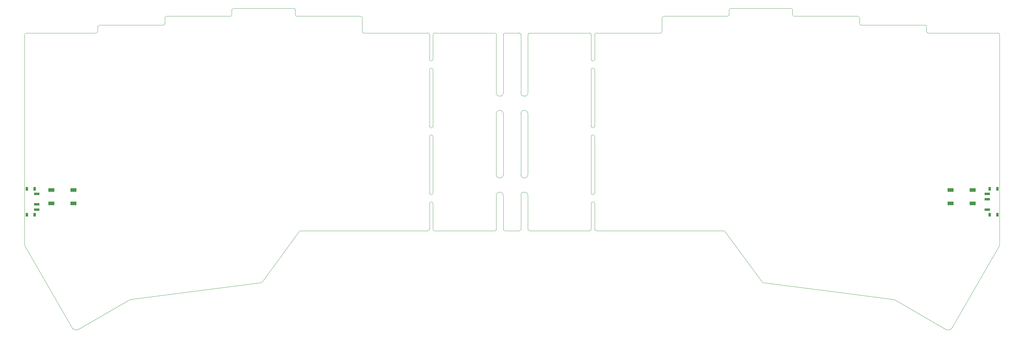
<source format=gtp>
G04 #@! TF.GenerationSoftware,KiCad,Pcbnew,(6.99.0-1912-g359c99991b)*
G04 #@! TF.CreationDate,2023-07-01T16:50:15+07:00*
G04 #@! TF.ProjectId,corne_chocoflan,636f726e-655f-4636-986f-636f666c616e,2*
G04 #@! TF.SameCoordinates,Original*
G04 #@! TF.FileFunction,Paste,Top*
G04 #@! TF.FilePolarity,Positive*
%FSLAX46Y46*%
G04 Gerber Fmt 4.6, Leading zero omitted, Abs format (unit mm)*
G04 Created by KiCad (PCBNEW (6.99.0-1912-g359c99991b)) date 2023-07-01 16:50:15*
%MOMM*%
%LPD*%
G01*
G04 APERTURE LIST*
%ADD10R,1.700000X1.000000*%
%ADD11R,0.800000X1.000000*%
%ADD12R,1.500000X0.700000*%
G04 #@! TA.AperFunction,Profile*
%ADD13C,0.100000*%
G04 #@! TD*
%ADD14C,0.100000*%
%ADD15C,0.200000*%
G04 APERTURE END LIST*
D10*
X13901187Y-55499999D03*
X7601187Y-55499999D03*
X13901187Y-51699999D03*
X7601187Y-51699999D03*
D11*
X2831187Y-51349999D03*
X621187Y-51349999D03*
X2831187Y-58649999D03*
X621187Y-58649999D03*
D12*
X3481187Y-52749999D03*
X3481187Y-55749999D03*
X3481187Y-57249999D03*
D10*
X268901187Y-55499999D03*
X262601187Y-55499999D03*
X268901187Y-51699999D03*
X262601187Y-51699999D03*
D11*
X273671187Y-58649999D03*
X275881187Y-58649999D03*
X273671187Y-51349999D03*
X275881187Y-51349999D03*
D12*
X273021187Y-57249999D03*
X273021187Y-54249999D03*
X273021187Y-52749999D03*
D13*
X133249285Y-7002009D02*
X116332284Y-7002009D01*
D14*
X255750597Y-5250174D02*
X255741214Y-5149988D01*
X255702773Y-5034467D01*
X255638356Y-4933394D01*
X255551935Y-4850694D01*
X255447481Y-4790286D01*
X255328965Y-4756095D01*
X255252757Y-4749795D01*
D13*
X160670092Y-62751781D02*
X160670092Y-55502009D01*
X162170092Y-7002009D02*
X180252981Y-7002009D01*
X160170092Y-7002009D02*
X143253091Y-7002009D01*
X276502376Y-7500612D02*
X276502376Y-66974653D01*
X114832291Y-7502009D02*
G75*
G03*
X114332284Y-7002009I-499991J9D01*
G01*
X115832284Y-36502009D02*
X115832284Y-52502009D01*
D14*
X198606497Y-63398337D02*
X198520082Y-63329194D01*
X198421535Y-63281102D01*
X198314594Y-63255609D01*
X198252931Y-63251781D01*
D15*
X217253125Y-1776D02*
X217253125Y-1776D01*
D13*
X135751188Y-7502009D02*
X135751188Y-24000739D01*
X263050292Y-90783320D02*
X276276316Y-67850953D01*
D14*
X58750142Y-1750058D02*
X58739756Y-1851413D01*
X58700405Y-1967956D01*
X58635398Y-2069592D01*
X58548637Y-2152432D01*
X58444025Y-2212590D01*
X58325464Y-2246178D01*
X58249256Y-2251960D01*
X199250893Y-2250437D02*
X199352331Y-2240802D01*
X199468915Y-2202098D01*
X199570490Y-2137423D01*
X199653135Y-2050691D01*
X199712926Y-1945818D01*
X199745944Y-1826718D01*
X199751272Y-1750058D01*
X200251652Y0D02*
X200151305Y-10769D01*
X200035690Y-50475D01*
X199934676Y-115714D01*
X199852218Y-202597D01*
X199792271Y-307238D01*
X199758788Y-425749D01*
X199753048Y-501897D01*
D13*
X114832284Y-17502009D02*
X114832284Y-33502009D01*
X15380201Y-91162792D02*
X29674284Y-82901708D01*
X161670092Y-14502009D02*
X161670092Y-7502009D01*
X161670091Y-17502009D02*
G75*
G03*
X161170092Y-17002009I-499991J9D01*
G01*
D14*
X209149521Y-77855497D02*
X209235957Y-77924558D01*
X209334507Y-77972574D01*
X209441435Y-77998000D01*
X209503086Y-78001795D01*
X0Y-7500612D02*
X10005Y-7400299D01*
X49023Y-7284717D01*
X113844Y-7183721D01*
X200556Y-7101266D01*
X305246Y-7041302D01*
X424002Y-7007783D01*
X500379Y-7002009D01*
X96249395Y-7002009D02*
X96148626Y-6991871D01*
X96032633Y-6952706D01*
X95931404Y-6887721D01*
X95848890Y-6800789D01*
X95789040Y-6695784D01*
X95755806Y-6576579D01*
X95750285Y-6499853D01*
D13*
X161670119Y-62751781D02*
G75*
G03*
X162170092Y-63251781I499981J-19D01*
G01*
X160670091Y-14502009D02*
G75*
G03*
X161170092Y-15002009I500009J9D01*
G01*
X114832284Y-7502009D02*
X114832284Y-14502009D01*
D14*
X180252981Y-7002009D02*
X180353749Y-6991871D01*
X180469742Y-6952706D01*
X180570971Y-6887721D01*
X180653485Y-6800789D01*
X180713335Y-6695784D01*
X180746569Y-6576579D01*
X180752091Y-6499853D01*
X20749497Y-6501887D02*
X20739360Y-6602656D01*
X20700235Y-6718668D01*
X20635374Y-6819959D01*
X20548698Y-6902602D01*
X20444127Y-6962667D01*
X20325581Y-6996228D01*
X20249376Y-7002009D01*
D13*
X116332284Y-63251781D02*
X133249285Y-63251781D01*
D14*
X39749433Y-4251955D02*
X39739252Y-4352715D01*
X39700102Y-4468667D01*
X39635285Y-4569801D01*
X39548759Y-4652145D01*
X39444479Y-4711727D01*
X39326403Y-4744573D01*
X39250581Y-4749795D01*
D13*
X135751188Y-53250511D02*
X135751188Y-62751781D01*
D14*
X20751779Y-5250174D02*
X20761161Y-5149988D01*
X20799602Y-5034467D01*
X20864019Y-4933394D01*
X20950440Y-4850694D01*
X21054894Y-4790286D01*
X21173410Y-4756095D01*
X21249619Y-4749795D01*
X255752879Y-6501887D02*
X255763015Y-6602656D01*
X255802140Y-6718668D01*
X255867001Y-6819959D01*
X255953677Y-6902602D01*
X256058248Y-6962667D01*
X256176794Y-6996228D01*
X256253000Y-7002009D01*
D13*
X114332284Y-7002009D02*
X96249395Y-7002009D01*
X180752091Y-2750817D02*
X180752091Y-6499853D01*
D14*
X236752943Y-4251955D02*
X236763123Y-4352715D01*
X236802273Y-4468667D01*
X236867090Y-4569801D01*
X236953616Y-4652145D01*
X237057896Y-4711727D01*
X237175972Y-4744573D01*
X237251795Y-4749795D01*
X133751188Y-62750638D02*
X133741000Y-62851406D01*
X133701788Y-62967425D01*
X133636784Y-63068762D01*
X133549874Y-63151521D01*
X133444945Y-63211804D01*
X133325886Y-63245714D01*
X133249285Y-63251781D01*
D13*
X198606497Y-63398337D02*
X209149521Y-77855497D01*
D14*
X143253091Y-7002009D02*
X143152317Y-7012141D01*
X143036268Y-7051258D01*
X142934867Y-7116103D01*
X142852000Y-7202748D01*
X142791556Y-7307268D01*
X142757422Y-7425737D01*
X142751188Y-7501882D01*
D13*
X160670092Y-52502009D02*
X160670092Y-36502009D01*
X115332284Y-34001984D02*
G75*
G03*
X115832284Y-33502009I16J499984D01*
G01*
X161670092Y-36502009D02*
X161670092Y-52502009D01*
X140751188Y-53250511D02*
X140751188Y-62751781D01*
X246828092Y-82901708D02*
X261122175Y-91162792D01*
X67352855Y-77855497D02*
X77895879Y-63398337D01*
X161170092Y-34001992D02*
G75*
G03*
X161670092Y-33502009I8J499992D01*
G01*
D14*
X261122175Y-91162792D02*
X261243752Y-91236101D01*
X261369682Y-91295626D01*
X261498999Y-91341548D01*
X261630743Y-91374049D01*
X261763948Y-91393309D01*
X261897653Y-91399512D01*
X262030894Y-91392838D01*
X262162708Y-91373470D01*
X262292133Y-91341588D01*
X262418204Y-91297376D01*
X262539960Y-91241013D01*
X262656436Y-91172683D01*
X262766671Y-91092567D01*
X262869700Y-91000847D01*
X262964561Y-90897704D01*
X263050292Y-90783320D01*
D13*
X160670091Y-33502009D02*
G75*
G03*
X161170092Y-34002009I500009J9D01*
G01*
D14*
X67352855Y-77855497D02*
X67266418Y-77924558D01*
X67167868Y-77972574D01*
X67060940Y-77998000D01*
X66999290Y-78001795D01*
D13*
X133751188Y-30000739D02*
X133751188Y-47250511D01*
X161670091Y-36502009D02*
G75*
G03*
X161170092Y-36002009I-499991J9D01*
G01*
X20249376Y-7002009D02*
X500379Y-7002009D01*
X114832291Y-52502009D02*
G75*
G03*
X115332284Y-53002009I500009J9D01*
G01*
X160170092Y-63251792D02*
G75*
G03*
X160670092Y-62751781I8J499992D01*
G01*
X140751188Y-47250511D02*
X140751188Y-30000739D01*
X142751188Y-47250511D02*
X142751188Y-30000739D01*
X39250581Y-4749795D02*
X21249619Y-4749795D01*
D15*
X59249251Y-1776D02*
X59249251Y-1776D01*
D13*
X114832291Y-33502009D02*
G75*
G03*
X115332284Y-34002009I500009J9D01*
G01*
X160670092Y-17502009D02*
X160670092Y-33502009D01*
X115332284Y-53001984D02*
G75*
G03*
X115832284Y-52502009I16J499984D01*
G01*
X161170092Y-15001992D02*
G75*
G03*
X161670092Y-14502009I8J499992D01*
G01*
X217752234Y-1750058D02*
X217752234Y-500379D01*
X162170092Y-63251781D02*
X198252931Y-63251781D01*
D14*
X39750961Y-2750817D02*
X39760633Y-2650421D01*
X39799327Y-2534763D01*
X39863888Y-2433720D01*
X39950358Y-2351237D01*
X40054777Y-2291259D01*
X40173189Y-2257735D01*
X40249306Y-2251960D01*
X95249400Y-2250437D02*
X95350133Y-2261114D01*
X95466114Y-2300699D01*
X95567417Y-2365788D01*
X95650140Y-2452468D01*
X95710384Y-2556828D01*
X95744249Y-2674957D01*
X95750285Y-2750817D01*
X217752234Y-1750058D02*
X217762619Y-1851413D01*
X217801970Y-1967956D01*
X217866977Y-2069592D01*
X217953738Y-2152432D01*
X218058350Y-2212590D01*
X218176911Y-2246178D01*
X218253120Y-2251960D01*
D13*
X115832284Y-33502009D02*
X115832284Y-17502009D01*
X58750142Y-500379D02*
X58750142Y-1750058D01*
X209503086Y-78001795D02*
X246173536Y-82772168D01*
X162170092Y-7001992D02*
G75*
G03*
X161670092Y-7502009I8J-500008D01*
G01*
X160670091Y-52502009D02*
G75*
G03*
X161170092Y-53002009I500009J9D01*
G01*
D14*
X77251483Y-2250437D02*
X77150044Y-2240802D01*
X77033460Y-2202098D01*
X76931885Y-2137423D01*
X76849240Y-2050691D01*
X76789449Y-1945818D01*
X76756431Y-1826718D01*
X76751104Y-1750058D01*
D13*
X161170092Y-53001992D02*
G75*
G03*
X161670092Y-52502009I8J499992D01*
G01*
X199753048Y-501897D02*
X199751272Y-1750058D01*
X95249400Y-2250437D02*
X77251483Y-2250437D01*
X115332284Y-15001984D02*
G75*
G03*
X115832284Y-14502009I16J499984D01*
G01*
X39750961Y-2750817D02*
X39749433Y-4251955D01*
X20749497Y-6501887D02*
X20751779Y-5250174D01*
X115832291Y-55502009D02*
G75*
G03*
X115332284Y-55002009I-499991J9D01*
G01*
D14*
X15380201Y-91162792D02*
X15258623Y-91236101D01*
X15132693Y-91295626D01*
X15003376Y-91341548D01*
X14871632Y-91374049D01*
X14738427Y-91393309D01*
X14604722Y-91399512D01*
X14471481Y-91392838D01*
X14339667Y-91373470D01*
X14210242Y-91341588D01*
X14084171Y-91297376D01*
X13962415Y-91241013D01*
X13845939Y-91172683D01*
X13735704Y-91092567D01*
X13632675Y-91000847D01*
X13537814Y-90897704D01*
X13452084Y-90783320D01*
D13*
X136251188Y-7001988D02*
G75*
G03*
X135751188Y-7502009I12J-500012D01*
G01*
X160670092Y-7502009D02*
X160670092Y-14502009D01*
D14*
X217752234Y-500379D02*
X217742351Y-400108D01*
X217703436Y-284514D01*
X217638661Y-183407D01*
X217551941Y-100710D01*
X217447190Y-40344D01*
X217328323Y-6233D01*
X217251855Y0D01*
X276502376Y-7500612D02*
X276492370Y-7400299D01*
X276453352Y-7284717D01*
X276388531Y-7183721D01*
X276301819Y-7101266D01*
X276197129Y-7041302D01*
X276078373Y-7007783D01*
X276001997Y-7002009D01*
D13*
X142751188Y-7501882D02*
X142751188Y-24000739D01*
X115832284Y-55502009D02*
X115832284Y-62751781D01*
X140251188Y-7002009D02*
X136251188Y-7002009D01*
D14*
X181252976Y-2250437D02*
X181152242Y-2261114D01*
X181036261Y-2300699D01*
X180934958Y-2365788D01*
X180852235Y-2452468D01*
X180791991Y-2556828D01*
X180758126Y-2674957D01*
X180752091Y-2750817D01*
D13*
X140251188Y-63251781D02*
X136251188Y-63251781D01*
D14*
X226060Y-67850953D02*
X172453Y-67749381D01*
X125872Y-67644879D01*
X86424Y-67537774D01*
X54220Y-67428392D01*
X29366Y-67317063D01*
X11973Y-67204111D01*
X2148Y-67089865D01*
X0Y-66974653D01*
D13*
X115332284Y-17001984D02*
G75*
G03*
X114832284Y-17502009I16J-500016D01*
G01*
X161170092Y-55001992D02*
G75*
G03*
X160670092Y-55502009I8J-500008D01*
G01*
D14*
X58750142Y-500379D02*
X58760024Y-400108D01*
X58798939Y-284514D01*
X58863714Y-183407D01*
X58950434Y-100710D01*
X59055185Y-40344D01*
X59174052Y-6233D01*
X59250521Y0D01*
D13*
X142751188Y-53250511D02*
X142751188Y-62750638D01*
X114332284Y-63251781D02*
X78249445Y-63251781D01*
X30328840Y-82772168D02*
X66999290Y-78001795D01*
X217251855Y0D02*
X200251652Y0D01*
X236752943Y-4251955D02*
X236751415Y-2750817D01*
X115832291Y-36502009D02*
G75*
G03*
X115332284Y-36002009I-499991J9D01*
G01*
X114832291Y-14502009D02*
G75*
G03*
X115332284Y-15002009I500009J9D01*
G01*
X133751188Y-62750638D02*
X133751188Y-53250511D01*
X95750285Y-6499853D02*
X95750285Y-2750817D01*
X114332284Y-63251784D02*
G75*
G03*
X114832284Y-62751781I16J499984D01*
G01*
X76250724Y0D02*
X59250521Y0D01*
X114832284Y-62751781D02*
X114832284Y-55502009D01*
D14*
X76250724Y0D02*
X76351070Y-10769D01*
X76466685Y-50475D01*
X76567699Y-115714D01*
X76650157Y-202597D01*
X76710104Y-307238D01*
X76743587Y-425749D01*
X76749328Y-501897D01*
D13*
X255252757Y-4749795D02*
X237251795Y-4749795D01*
X115332284Y-36001984D02*
G75*
G03*
X114832284Y-36502009I16J-500016D01*
G01*
X161170092Y-17001992D02*
G75*
G03*
X160670092Y-17502009I8J-500008D01*
G01*
D14*
X29674284Y-82901708D02*
X29774742Y-82873044D01*
X29875978Y-82847480D01*
X29977921Y-82825028D01*
X30080498Y-82805703D01*
X30183637Y-82789520D01*
X30287267Y-82776492D01*
X30328840Y-82772168D01*
D13*
X255750597Y-5250174D02*
X255752879Y-6501887D01*
X226060Y-67850953D02*
X13452084Y-90783320D01*
D14*
X133249285Y-7002009D02*
X133350058Y-7012141D01*
X133466107Y-7051258D01*
X133567508Y-7116103D01*
X133650375Y-7202748D01*
X133710819Y-7307268D01*
X133744953Y-7425737D01*
X133751188Y-7501882D01*
D13*
X133751188Y-24000739D02*
X133751188Y-7501882D01*
X40249306Y-2251960D02*
X58249256Y-2251960D01*
X115832291Y-17502009D02*
G75*
G03*
X115332284Y-17002009I-499991J9D01*
G01*
X115332284Y-55001984D02*
G75*
G03*
X114832284Y-55502009I16J-500016D01*
G01*
X140751191Y-7502009D02*
G75*
G03*
X140251188Y-7002009I-499991J9D01*
G01*
X115832284Y-14502009D02*
X115832284Y-7502009D01*
X135751188Y-47250511D02*
X135751188Y-30000739D01*
X114832284Y-52502009D02*
X114832284Y-36502009D01*
X76751104Y-1750058D02*
X76749328Y-501897D01*
X161670092Y-33502009D02*
X161670092Y-17502009D01*
D14*
X142751188Y-62750638D02*
X142761375Y-62851406D01*
X142800587Y-62967425D01*
X142865591Y-63068762D01*
X142952501Y-63151521D01*
X143057430Y-63211804D01*
X143176489Y-63245714D01*
X143253091Y-63251781D01*
D13*
X140751188Y-24000739D02*
X140751188Y-7502009D01*
X161170092Y-36001992D02*
G75*
G03*
X160670092Y-36502009I8J-500008D01*
G01*
X116332284Y-7001984D02*
G75*
G03*
X115832284Y-7502009I16J-500016D01*
G01*
X160670091Y-7502009D02*
G75*
G03*
X160170092Y-7002009I-499991J9D01*
G01*
X161670092Y-55502009D02*
X161670092Y-62751781D01*
X115832319Y-62751781D02*
G75*
G03*
X116332284Y-63251781I499981J-19D01*
G01*
X161670091Y-55502009D02*
G75*
G03*
X161170092Y-55002009I-499991J9D01*
G01*
X0Y-66974653D02*
X0Y-7500612D01*
D14*
X236751415Y-2750817D02*
X236741742Y-2650421D01*
X236703048Y-2534763D01*
X236638487Y-2433720D01*
X236552017Y-2351237D01*
X236447598Y-2291259D01*
X236329186Y-2257735D01*
X236253070Y-2251960D01*
D13*
X135751219Y-62751781D02*
G75*
G03*
X136251188Y-63251781I499981J-19D01*
G01*
D14*
X246828092Y-82901708D02*
X246727633Y-82873044D01*
X246626397Y-82847480D01*
X246524454Y-82825028D01*
X246421877Y-82805703D01*
X246318738Y-82789520D01*
X246215108Y-82776492D01*
X246173536Y-82772168D01*
D13*
X199250893Y-2250437D02*
X181252976Y-2250437D01*
D14*
X276276316Y-67850953D02*
X276329922Y-67749381D01*
X276376503Y-67644879D01*
X276415951Y-67537774D01*
X276448155Y-67428392D01*
X276473009Y-67317063D01*
X276490402Y-67204111D01*
X276500227Y-67089865D01*
X276502376Y-66974653D01*
D13*
X140251188Y-63251788D02*
G75*
G03*
X140751188Y-62751781I12J499988D01*
G01*
X276001997Y-7002009D02*
X256253000Y-7002009D01*
X143253091Y-63251781D02*
X160170092Y-63251781D01*
D14*
X77895879Y-63398337D02*
X77982293Y-63329194D01*
X78080840Y-63281102D01*
X78187781Y-63255609D01*
X78249445Y-63251781D01*
D13*
X218253120Y-2251960D02*
X236253070Y-2251960D01*
X142751188Y-53250511D02*
G75*
G03*
X140751188Y-53250511I-1000000J0D01*
G01*
X140751188Y-47250511D02*
G75*
G03*
X142751188Y-47250511I1000000J0D01*
G01*
X142751188Y-30000739D02*
G75*
G03*
X140751188Y-30000739I-1000000J0D01*
G01*
X140751188Y-24000739D02*
G75*
G03*
X142751188Y-24000739I1000000J0D01*
G01*
X133751188Y-24000739D02*
G75*
G03*
X135751188Y-24000739I1000000J0D01*
G01*
X135751188Y-30000739D02*
G75*
G03*
X133751188Y-30000739I-1000000J0D01*
G01*
X133751188Y-47250511D02*
G75*
G03*
X135751188Y-47250511I1000000J0D01*
G01*
X135751188Y-53250511D02*
G75*
G03*
X133751188Y-53250511I-1000000J0D01*
G01*
M02*

</source>
